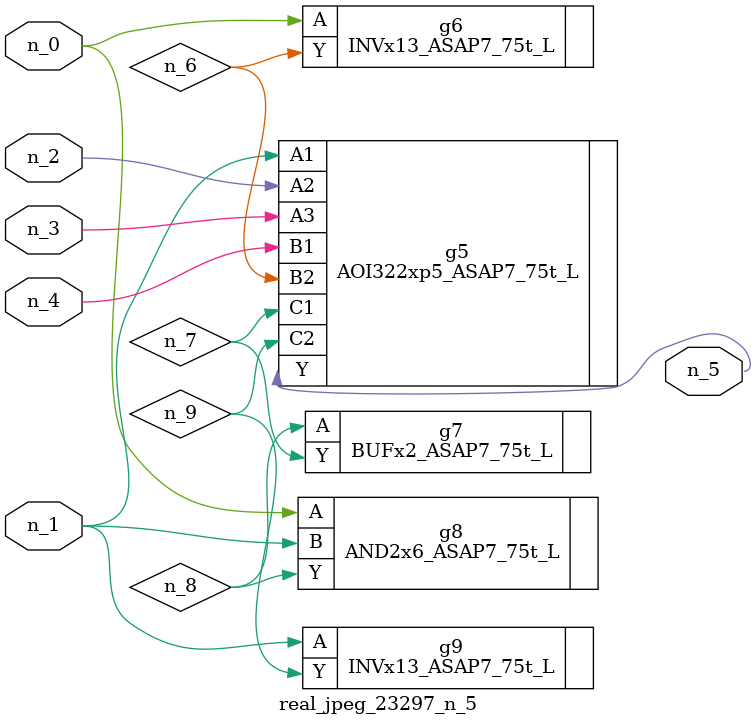
<source format=v>
module real_jpeg_23297_n_5 (n_4, n_0, n_1, n_2, n_3, n_5);

input n_4;
input n_0;
input n_1;
input n_2;
input n_3;

output n_5;

wire n_8;
wire n_6;
wire n_7;
wire n_9;

INVx13_ASAP7_75t_L g6 ( 
.A(n_0),
.Y(n_6)
);

AND2x6_ASAP7_75t_L g8 ( 
.A(n_0),
.B(n_1),
.Y(n_8)
);

AOI322xp5_ASAP7_75t_L g5 ( 
.A1(n_1),
.A2(n_2),
.A3(n_3),
.B1(n_4),
.B2(n_6),
.C1(n_7),
.C2(n_9),
.Y(n_5)
);

INVx13_ASAP7_75t_L g9 ( 
.A(n_1),
.Y(n_9)
);

BUFx2_ASAP7_75t_L g7 ( 
.A(n_8),
.Y(n_7)
);


endmodule
</source>
